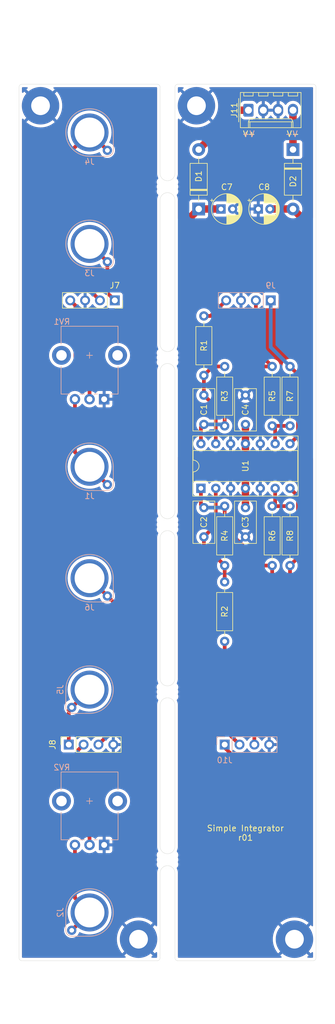
<source format=kicad_pcb>
(kicad_pcb (version 20211014) (generator pcbnew)
  (title_block (title "Simple Integrator") (date "2022-06-17") (rev "r01") (comment 2 "creativecommons.org/licenses/by/4.0/") (comment 3 "License: CC BY 4.0") (comment 4 "Author: Guy John"))
  (layers (0 "F.Cu" signal) (31 "B.Cu" signal) (36 "B.SilkS" user "B.Silkscreen") (37 "F.SilkS" user "F.Silkscreen") (38 "B.Mask" user) (39 "F.Mask" user) (44 "Edge.Cuts" user))
  (net 0 "")
  (net 1 "Net-(C1-Pad1)")
  (net 2 "Net-(C1-Pad2)")
  (net 3 "Net-(C2-Pad2)")
  (net 4 "+12V")
  (net 5 "GND")
  (net 6 "-12V")
  (net 7 "Net-(D1-Pad2)")
  (net 8 "Net-(D2-Pad1)")
  (net 9 "Net-(J2-Pad1)")
  (net 10 "Net-(J5-Pad1)")
  (net 11 "Net-(J6-Pad1)")
  (net 12 "Net-(J8-Pad2)")
  (net 13 "Net-(R7-Pad2)")
  (net 14 "Net-(R2-Pad2)")
  (net 15 "Net-(R5-Pad2)")
  (net 16 "Net-(R6-Pad2)")
  (net 17 "Net-(J10-Pad1)")
  (net 18 "Net-(RV1-Pad3)")
  (net 19 "Net-(J3-Pad1)")
  (net 20 "Net-(J4-Pad1)")
  (net 21 "Net-(RV1-Pad2)")
  (net 22 "Net-(R1-Pad1)")
  (net 23 "Net-(J10-Pad2)")
  (footprint "Rumblesan_Footprints:C_Rect_L7.0mm_W3.5mm_P5.00mm" (layer "F.Cu") (at 112.522 84.281 -90)
    (fp_text reference "C4" (at 2.5 0 90) (layer "F.SilkS"))
    (fp_text value "100nF (X7R)")
    (pad "1" thru_hole circle (at 0 0 270) (size 1.6 1.6) (drill 0.8) (layers *.Cu *.Mask) (net 5 "GND"))
    (pad "2" thru_hole circle (at 5 0 270) (size 1.6 1.6) (drill 0.8) (layers *.Cu *.Mask) (net 6 "-12V"))
  )
  (footprint "Connector_PinSocket_2.54mm:PinSocket_1x04_P2.54mm_Vertical" (layer "F.Cu") (at 90.17 68.072 -90)
    (fp_text reference "J7" (at -2.54 0 180) (layer "F.SilkS"))
    (fp_text value "I1_Ctrl")
    (pad "1" thru_hole rect locked (at 0 0 270) (size 1.7 1.7) (drill 1) (layers *.Cu *.Mask) (net 19 "Net-(J3-Pad1)"))
    (pad "2" thru_hole oval locked (at 0 2.54 270) (size 1.7 1.7) (drill 1) (layers *.Cu *.Mask) (net 20 "Net-(J4-Pad1)"))
    (pad "3" thru_hole oval locked (at 0 5.08 270) (size 1.7 1.7) (drill 1) (layers *.Cu *.Mask) (net 5 "GND"))
    (pad "4" thru_hole oval locked (at 0 7.62 270) (size 1.7 1.7) (drill 1) (layers *.Cu *.Mask) (net 21 "Net-(RV1-Pad2)"))
  )
  (footprint "Rumblesan_Footprints:D_DO-41_SOD81_P10.16mm_Horizontal" (layer "F.Cu") (at 104.521 52.451 90)
    (fp_text reference "D1" (at 5.588 0 90) (layer "F.SilkS"))
    (fp_text value "1N5818")
    (pad "1" thru_hole rect (at 0 0 90) (size 2.2 2.2) (drill 1.1) (layers *.Cu *.Mask) (net 4 "+12V"))
    (pad "2" thru_hole oval (at 10.16 0 90) (size 2.2 2.2) (drill 1.1) (layers *.Cu *.Mask) (net 7 "Net-(D1-Pad2)"))
  )
  (footprint "Capacitor_THT:CP_Radial_D5.0mm_P2.00mm" (layer "F.Cu") (at 114.713 52.451)
    (fp_text reference "C8" (at 1 -3.75) (layer "F.SilkS"))
    (fp_text value "1uF")
    (pad "1" thru_hole rect locked (at 0 0) (size 1.6 1.6) (drill 0.8) (layers *.Cu *.Mask) (net 5 "GND"))
    (pad "2" thru_hole circle locked (at 2 0) (size 1.6 1.6) (drill 0.8) (layers *.Cu *.Mask) (net 6 "-12V"))
  )
  (footprint "Rumblesan_Footprints:Resistor_THT_L6.3mm_D2.5mm_P10.16mm_Horizontal" (layer "F.Cu") (at 120.142 103.251 -90)
    (fp_text reference "R8" (at 5.08 0 90) (layer "F.SilkS"))
    (fp_text value "10k")
    (pad "1" thru_hole circle (at 0 0 270) (size 1.6 1.6) (drill 0.8) (layers *.Cu *.Mask) (net 16 "Net-(R6-Pad2)"))
    (pad "2" thru_hole oval (at 10.16 0 270) (size 1.6 1.6) (drill 0.8) (layers *.Cu *.Mask) (net 17 "Net-(J10-Pad1)"))
  )
  (footprint "Panelization:mouse-bite-2.54mm-slot" (layer "F.Cu") (at 99.187 77.851 90)
    (fp_text reference "H5" hide)
    (fp_text value "MouseBite" hide)
    (pad "" np_thru_hole circle (at 0 -1.1 90) (size 0.5 0.5) (drill 0.5) (layers *.Cu *.Mask))
    (pad "" np_thru_hole circle (at -0.8 -1.1 90) (size 0.5 0.5) (drill 0.5) (layers *.Cu *.Mask))
    (pad "" np_thru_hole circle (at -0.8 1.1 90) (size 0.5 0.5) (drill 0.5) (layers *.Cu *.Mask))
    (pad "" np_thru_hole circle (at 0.8 1.1 90) (size 0.5 0.5) (drill 0.5) (layers *.Cu *.Mask))
    (pad "" np_thru_hole circle (at 0.8 -1.1 90) (size 0.5 0.5) (drill 0.5) (layers *.Cu *.Mask))
    (pad "" np_thru_hole circle (at 0 1.1 90) (size 0.5 0.5) (drill 0.5) (layers *.Cu *.Mask))
  )
  (footprint "Rumblesan_Footprints:4u_Power_Molex_KK-254_P2.54mm" (layer "F.Cu") (at 113.03 35.56)
    (fp_text reference "J11" (at -2.413 0 90) (layer "F.SilkS"))
    (fp_text value "4U_Power")
    (fp_text user "V+" (at 0 4.064 unlocked) (layer "B.SilkS") (effects (justify mirror)))
    (fp_text user "V-" (at 7.366 4.064 unlocked) (layer "B.SilkS") (effects (justify mirror)))
    (fp_text user "V+" (at 0.127 4.064 unlocked) (layer "F.SilkS"))
    (fp_text user "V-" (at 7.62 4.064 unlocked) (layer "F.SilkS"))
    (pad "1" thru_hole roundrect (at 0 0) (size 1.74 2.19) (drill 1.19) (layers *.Cu *.Mask) (roundrect_rratio 0.1436781609) (net 7 "Net-(D1-Pad2)"))
    (pad "2" thru_hole oval (at 2.54 0) (size 1.74 2.19) (drill 1.19) (layers *.Cu *.Mask) (net 5 "GND"))
    (pad "3" thru_hole oval (at 5.08 0) (size 1.74 2.19) (drill 1.19) (layers *.Cu *.Mask) (net 5 "GND"))
    (pad "4" thru_hole oval (at 7.62 0) (size 1.74 2.19) (drill 1.19) (layers *.Cu *.Mask) (net 8 "Net-(D2-Pad1)"))
  )
  (footprint "Rumblesan_Footprints:C_Rect_L7.0mm_W3.5mm_P5.00mm" (layer "F.Cu") (at 112.522 103.505 -90)
    (fp_text reference "C3" (at 2.5 0 90) (layer "F.SilkS"))
    (fp_text value "100nF (X7R)")
    (pad "1" thru_hole circle (at 0 0 270) (size 1.6 1.6) (drill 0.8) (layers *.Cu *.Mask) (net 4 "+12V"))
    (pad "2" thru_hole circle (at 5 0 270) (size 1.6 1.6) (drill 0.8) (layers *.Cu *.Mask) (net 5 "GND"))
  )
  (footprint "Rumblesan_Footprints:Resistor_THT_L6.3mm_D2.5mm_P10.16mm_Horizontal" (layer "F.Cu") (at 117.094 79.375 -90)
    (fp_text reference "R5" (at 5.08 0 90) (layer "F.SilkS"))
    (fp_text value "10k")
    (pad "1" thru_hole circle (at 0 0 270) (size 1.6 1.6) (drill 0.8) (layers *.Cu *.Mask) (net 2 "Net-(C1-Pad2)"))
    (pad "2" thru_hole oval (at 10.16 0 270) (size 1.6 1.6) (drill 0.8) (layers *.Cu *.Mask) (net 15 "Net-(R5-Pad2)"))
  )
  (footprint "Rumblesan_Footprints:Resistor_THT_L6.3mm_D2.5mm_P10.16mm_Horizontal" (layer "F.Cu") (at 108.966 126.365 90)
    (fp_text reference "R2" (at 5.08 0 90) (layer "F.SilkS"))
    (fp_text value "100k")
    (pad "1" thru_hole circle (at 0 0 90) (size 1.6 1.6) (drill 0.8) (layers *.Cu *.Mask) (net 23 "Net-(J10-Pad2)"))
    (pad "2" thru_hole oval (at 10.16 0 90) (size 1.6 1.6) (drill 0.8) (layers *.Cu *.Mask) (net 14 "Net-(R2-Pad2)"))
  )
  (footprint "Connector_PinSocket_2.54mm:PinSocket_1x04_P2.54mm_Vertical" (layer "F.Cu") (at 82.296 144.018 90)
    (fp_text reference "J8" (at 0 -2.77 90) (layer "F.SilkS"))
    (fp_text value "I2_Ctrl")
    (pad "1" thru_hole rect locked (at 0 0 90) (size 1.7 1.7) (drill 1) (layers *.Cu *.Mask) (net 10 "Net-(J5-Pad1)"))
    (pad "2" thru_hole oval locked (at 0 2.54 90) (size 1.7 1.7) (drill 1) (layers *.Cu *.Mask) (net 12 "Net-(J8-Pad2)"))
    (pad "3" thru_hole oval locked (at 0 5.08 90) (size 1.7 1.7) (drill 1) (layers *.Cu *.Mask) (net 11 "Net-(J6-Pad1)"))
    (pad "4" thru_hole oval locked (at 0 7.62 90) (size 1.7 1.7) (drill 1) (layers *.Cu *.Mask) (net 5 "GND"))
  )
  (footprint "Rumblesan_Footprints:Resistor_THT_L6.3mm_D2.5mm_P10.16mm_Horizontal" (layer "F.Cu") (at 108.966 113.411 90)
    (fp_text reference "R4" (at 5.08 0 90) (layer "F.SilkS"))
    (fp_text value "100k")
    (pad "1" thru_hole circle (at 0 0 90) (size 1.6 1.6) (drill 0.8) (layers *.Cu *.Mask) (net 14 "Net-(R2-Pad2)"))
    (pad "2" thru_hole oval (at 10.16 0 90) (size 1.6 1.6) (drill 0.8) (layers *.Cu *.Mask) (net 3 "Net-(C2-Pad2)"))
  )
  (footprint "Panelization:mouse-bite-2.54mm-slot" (layer "F.Cu") (at 99.187 106.426 90)
    (fp_text reference "H9" hide)
    (fp_text value "MouseBite" hide)
    (pad "" np_thru_hole circle (at -0.8 1.1 90) (size 0.5 0.5) (drill 0.5) (layers *.Cu *.Mask))
    (pad "" np_thru_hole circle (at 0.8 1.1 90) (size 0.5 0.5) (drill 0.5) (layers *.Cu *.Mask))
    (pad "" np_thru_hole circle (at 0.8 -1.1 90) (size 0.5 0.5) (drill 0.5) (layers *.Cu *.Mask))
    (pad "" np_thru_hole circle (at 0 -1.1 90) (size 0.5 0.5) (drill 0.5) (layers *.Cu *.Mask))
    (pad "" np_thru_hole circle (at -0.8 -1.1 90) (size 0.5 0.5) (drill 0.5) (layers *.Cu *.Mask))
    (pad "" np_thru_hole circle (at 0 1.1 90) (size 0.5 0.5) (drill 0.5) (layers *.Cu *.Mask))
  )
  (footprint "Rumblesan_Footprints:Resistor_THT_L6.3mm_D2.5mm_P10.16mm_Horizontal" (layer "F.Cu") (at 108.966 79.375 -90)
    (fp_text reference "R3" (at 5.08 0 90) (layer "F.SilkS"))
    (fp_text value "100k")
    (pad "1" thru_hole circle (at 0 0 270) (size 1.6 1.6) (drill 0.8) (layers *.Cu *.Mask) (net 1 "Net-(C1-Pad1)"))
    (pad "2" thru_hole oval (at 10.16 0 270) (size 1.6 1.6) (drill 0.8) (layers *.Cu *.Mask) (net 2 "Net-(C1-Pad2)"))
  )
  (footprint "Panelization:mouse-bite-2.54mm-slot" (layer "F.Cu") (at 99.187 163.703 90)
    (fp_text reference "H7" hide)
    (fp_text value "MouseBite" hide)
    (pad "" np_thru_hole circle (at 0 -1.1 90) (size 0.5 0.5) (drill 0.5) (layers *.Cu *.Mask))
    (pad "" np_thru_hole circle (at 0.8 1.1 90) (size 0.5 0.5) (drill 0.5) (layers *.Cu *.Mask))
    (pad "" np_thru_hole circle (at -0.8 -1.1 90) (size 0.5 0.5) (drill 0.5) (layers *.Cu *.Mask))
    (pad "" np_thru_hole circle (at 0.8 -1.1 90) (size 0.5 0.5) (drill 0.5) (layers *.Cu *.Mask))
    (pad "" np_thru_hole circle (at -0.8 1.1 90) (size 0.5 0.5) (drill 0.5) (layers *.Cu *.Mask))
    (pad "" np_thru_hole circle (at 0 1.1 90) (size 0.5 0.5) (drill 0.5) (layers *.Cu *.Mask))
  )
  (footprint "Rumblesan_Footprints:C_Rect_L7.0mm_W3.5mm_P5.00mm" (layer "F.Cu") (at 105.41 84.281 -90)
    (fp_text reference "C1" (at 2.5 0 90) (layer "F.SilkS"))
    (fp_text value "1nF (poly)")
    (pad "1" thru_hole circle (at 0 0 270) (size 1.6 1.6) (drill 0.8) (layers *.Cu *.Mask) (net 1 "Net-(C1-Pad1)"))
    (pad "2" thru_hole circle (at 5 0 270) (size 1.6 1.6) (drill 0.8) (layers *.Cu *.Mask) (net 2 "Net-(C1-Pad2)"))
  )
  (footprint "Rumblesan_Footprints:Resistor_THT_L6.3mm_D2.5mm_P10.16mm_Horizontal" (layer "F.Cu") (at 105.41 70.739 -90)
    (fp_text reference "R1" (at 5.08 0 90) (layer "F.SilkS"))
    (fp_text value "100k")
    (pad "1" thru_hole circle (at 0 0 270) (size 1.6 1.6) (drill 0.8) (layers *.Cu *.Mask) (net 22 "Net-(R1-Pad1)"))
    (pad "2" thru_hole oval (at 10.16 0 270) (size 1.6 1.6) (drill 0.8) (layers *.Cu *.Mask) (net 1 "Net-(C1-Pad1)"))
  )
  (footprint "Rumblesan_Footprints:Resistor_THT_L6.3mm_D2.5mm_P10.16mm_Horizontal" (layer "F.Cu") (at 117.094 113.411 90)
    (fp_text reference "R6" (at 5.08 0 90) (layer "F.SilkS"))
    (fp_text value "10k")
    (pad "1" thru_hole circle (at 0 0 90) (size 1.6 1.6) (drill 0.8) (layers *.Cu *.Mask) (net 3 "Net-(C2-Pad2)"))
    (pad "2" thru_hole oval (at 10.16 0 90) (size 1.6 1.6) (drill 0.8) (layers *.Cu *.Mask) (net 16 "Net-(R6-Pad2)"))
  )
  (footprint "MountingHole:MountingHole_3.2mm_M3_Pad" (layer "F.Cu") (at 120.904 177.292)
    (fp_text reference "H1" hide)
    (fp_text value "MountingHole_Pad")
    (pad "1" thru_hole circle locked (at 0 0) (size 6.4 6.4) (drill 3.2) (layers *.Cu *.Mask) (net 5 "GND"))
  )
  (footprint "Capacitor_THT:CP_Radial_D5.0mm_P2.00mm" (layer "F.Cu") (at 108.331 52.451)
    (fp_text reference "C7" (at 1 -3.75) (layer "F.SilkS"))
    (fp_text value "1uF")
    (pad "1" thru_hole rect locked (at 0 0) (size 1.6 1.6) (drill 0.8) (layers *.Cu *.Mask) (net 4 "+12V"))
    (pad "2" thru_hole circle locked (at 2 0) (size 1.6 1.6) (drill 0.8) (layers *.Cu *.Mask) (net 5 "GND"))
  )
  (footprint "Rumblesan_Footprints:C_Rect_L7.0mm_W3.5mm_P5.00mm" (layer "F.Cu") (at 105.41 108.505 90)
    (fp_text reference "C2" (at 2.5 0 90) (layer "F.SilkS"))
    (fp_text value "1nF (poly)")
    (pad "1" thru_hole circle (at 0 0 90) (size 1.6 1.6) (drill 0.8) (layers *.Cu *.Mask) (net 14 "Net-(R2-Pad2)"))
    (pad "2" thru_hole circle (at 5 0 90) (size 1.6 1.6) (drill 0.8) (layers *.Cu *.Mask) (net 3 "Net-(C2-Pad2)"))
  )
  (footprint "Panelization:mouse-bite-2.54mm-slot" (layer "F.Cu") (at 99.187 48.641 90)
    (fp_text reference "H8" hide)
    (fp_text value "MouseBite" hide)
    (pad "" np_thru_hole circle (at 0 -1.1 90) (size 0.5 0.5) (drill 0.5) (layers *.Cu *.Mask))
    (pad "" np_thru_hole circle (at 0 1.1 90) (size 0.5 0.5) (drill 0.5) (layers *.Cu *.Mask))
    (pad "" np_thru_hole circle (at -0.8 1.1 90) (size 0.5 0.5) (drill 0.5) (layers *.Cu *.Mask))
    (pad "" np_thru_hole circle (at 0.8 1.1 90) (size 0.5 0.5) (drill 0.5) (layers *.Cu *.Mask))
    (pad "" np_thru_hole circle (at 0.8 -1.1 90) (size 0.5 0.5) (drill 0.5) (layers *.Cu *.Mask))
    (pad "" np_thru_hole circle (at -0.8 -1.1 90) (size 0.5 0.5) (drill 0.5) (layers *.Cu *.Mask))
  )
  (footprint "MountingHole:MountingHole_3.2mm_M3_Pad" (layer "F.Cu") (at 94.234 177.292)
    (fp_text reference "H3" hide)
    (fp_text value "MountingHole_Pad")
    (pad "1" thru_hole circle locked (at 0 0) (size 6.4 6.4) (drill 3.2) (layers *.Cu *.Mask) (net 5 "GND"))
  )
  (footprint "MountingHole:MountingHole_3.2mm_M3_Pad" (layer "F.Cu") (at 77.47 34.798 180)
    (fp_text reference "H4" hide)
    (fp_text value "MountingHole_Pad")
    (pad "1" thru_hole circle locked (at 0 0 180) (size 6.4 6.4) (drill 3.2) (layers *.Cu *.Mask) (net 5 "GND"))
  )
  (footprint "Rumblesan_Footprints:DIP-14_W7.62mm_Socket" (layer "F.Cu") (at 104.902 100.203 90)
    (fp_text reference "U1" (at 3.81 7.62 90) (layer "F.SilkS"))
    (fp_text value "TL074")
    (pad "1" thru_hole rect locked (at 0 0 90) (size 1.6 1.6) (drill 0.8) (layers *.Cu *.Mask) (net 3 "Net-(C2-Pad2)"))
    (pad "2" thru_hole oval locked (at 0 2.54 90) (size 1.6 1.6) (drill 0.8) (layers *.Cu *.Mask) (net 14 "Net-(R2-Pad2)"))
    (pad "3" thru_hole oval locked (at 0 5.08 90) (size 1.6 1.6) (drill 0.8) (layers *.Cu *.Mask) (net 5 "GND"))
    (pad "4" thru_hole oval locked (at 0 7.62 90) (size 1.6 1.6) (drill 0.8) (layers *.Cu *.Mask) (net 4 "+12V"))
    (pad "5" thru_hole oval locked (at 0 10.16 90) (size 1.6 1.6) (drill 0.8) (layers *.Cu *.Mask) (net 5 "GND"))
    (pad "6" thru_hole oval locked (at 0 12.7 90) (size 1.6 1.6) (drill 0.8) (layers *.Cu *.Mask) (net 16 "Net-(R6-Pad2)"))
    (pad "7" thru_hole oval locked (at 0 15.24 90) (size 1.6 1.6) (drill 0.8) (layers *.Cu *.Mask) (net 17 "Net-(J10-Pad1)"))
    (pad "8" thru_hole oval locked (at 7.62 15.24 90) (size 1.6 1.6) (drill 0.8) (layers *.Cu *.Mask) (net 13 "Net-(R7-Pad2)"))
    (pad "9" thru_hole oval locked (at 7.62 12.7 90) (size 1.6 1.6) (drill 0.8) (layers *.Cu *.Mask) (net 15 "Net-(R5-Pad2)"))
    (pad "10" thru_hole oval locked (at 7.62 10.16 90) (size 1.6 1.6) (drill 0.8) (layers *.Cu *.Mask) (net 5 "GND"))
    (pad "11" thru_hole oval locked (at 7.62 7.62 90) (size 1.6 1.6) (drill 0.8) (layers *.Cu *.Mask) (net 6 "-12V"))
    (pad "12" thru_hole oval locked (at 7.62 5.08 90) (size 1.6 1.6) (drill 0.8) (layers *.Cu *.Mask) (net 5 "GND"))
    (pad "13" thru_hole oval locked (at 7.62 2.54 90) (size 1.6 1.6) (drill 0.8) (layers *.Cu *.Mask) (net 1 "Net-(C1-Pad1)"))
    (pad "14" thru_hole oval locked (at 7.62 0 90) (size 1.6 1.6) (drill 0.8) (layers *.Cu *.Mask) (net 2 "Net-(C1-Pad2)"))
  )
  (footprint "Rumblesan_Footprints:Resistor_THT_L6.3mm_D2.5mm_P10.16mm_Horizontal" (layer "F.Cu") (at 120.142 89.535 90)
    (fp_text reference "R7" (at 5.08 0 90) (layer "F.SilkS"))
    (fp_text value "10k")
    (pad "1" thru_hole circle (at 0 0 90) (size 1.6 1.6) (drill 0.8) (layers *.Cu *.Mask) (net 15 "Net-(R5-Pad2)"))
    (pad "2" thru_hole oval (at 10.16 0 90) (size 1.6 1.6) (drill 0.8) (layers *.Cu *.Mask) (net 13 "Net-(R7-Pad2)"))
  )
  (footprint "Rumblesan_Footprints:D_DO-41_SOD81_P10.16mm_Horizontal" (layer "F.Cu") (at 120.65 42.291 -90)
    (fp_text reference "D2" (at 5.453888 -0.018 -90) (layer "F.SilkS"))
    (fp_text value "1N5818")
    (pad "1" thru_hole rect (at 0 0 270) (size 2.2 2.2) (drill 1.1) (layers *.Cu *.Mask) (net 8 "Net-(D2-Pad1)"))
    (pad "2" thru_hole oval (at 10.16 0 270) (size 2.2 2.2) (drill 1.1) (layers *.Cu *.Mask) (net 6 "-12V"))
  )
  (footprint "Panelization:mouse-bite-2.54mm-slot" (layer "F.Cu") (at 99.187 135.001 90)
    (fp_text reference "H6" hide)
    (fp_text value "MouseBite" hide)
    (pad "" np_thru_hole circle (at 0 1.1 90) (size 0.5 0.5) (drill 0.5) (layers *.Cu *.Mask))
    (pad "" np_thru_hole circle (at 0.8 1.1 90) (size 0.5 0.5) (drill 0.5) (layers *.Cu *.Mask))
    (pad "" np_thru_hole circle (at 0.8 -1.1 90) (size 0.5 0.5) (drill 0.5) (layers *.Cu *.Mask))
    (pad "" np_thru_hole circle (at -0.8 1.1 90) (size 0.5 0.5) (drill 0.5) (layers *.Cu *.Mask))
    (pad "" np_thru_hole circle (at -0.8 -1.1 90) (size 0.5 0.5) (drill 0.5) (layers *.Cu *.Mask))
    (pad "" np_thru_hole circle (at 0 -1.1 90) (size 0.5 0.5) (drill 0.5) (layers *.Cu *.Mask))
  )
  (footprint "MountingHole:MountingHole_3.2mm_M3_Pad" (layer "F.Cu") (at 104.14 34.798)
    (fp_text reference "H2" hide)
    (fp_text value "MountingHole_Pad")
    (pad "1" thru_hole circle locked (at 0 0) (size 6.4 6.4) (drill 3.2) (layers *.Cu *.Mask) (net 5 "GND"))
  )
  (footprint "Rumblesan_Footprints:BananaJack_THT_JohnsonCinch_108-09" (layer "B.Cu") (at 85.852 96.52)
    (fp_text reference "J1" (at 0 5) (layer "B.SilkS") (effects (justify mirror)))
    (fp_text value "BananaJack_PanelMount" hide)
    (pad "1" thru_hole circle locked (at 3.048 3.048) (size 1.6 1.6) (drill 0.8) (layers *.Cu *.Mask) (net 18 "Net-(RV1-Pad3)"))
    (pad "1" thru_hole circle locked (at 0 0) (size 6.5 6.5) (drill 5.1) (layers *.Cu *.Mask) (net 18 "Net-(RV1-Pad3)"))
  )
  (footprint "Rumblesan_Footprints:BananaJack_THT_JohnsonCinch_108-09" (layer "B.Cu") (at 85.852 39.37)
    (fp_text reference "J4" (at 0 5) (layer "B.SilkS") (effects (justify mirror)))
    (fp_text value "BananaJack_PanelMount" hide)
    (pad "1" thru_hole circle locked (at 3.048 3.048) (size 1.6 1.6) (drill 0.8) (layers *.Cu *.Mask) (net 20 "Net-(J4-Pad1)"))
    (pad "1" thru_hole circle locked (at 0 0) (size 6.5 6.5) (drill 5.1) (layers *.Cu *.Mask) (net 20 "Net-(J4-Pad1)"))
  )
  (footprint "Rumblesan_Footprints:BananaJack_THT_JohnsonCinch_108-09" (layer "B.Cu") (at 85.852 58.42)
    (fp_text reference "J3" (at 0 5) (layer "B.SilkS") (effects (justify mirror)))
    (fp_text value "BananaJack_PanelMount" hide)
    (pad "1" thru_hole circle locked (at 0 0) (size 6.5 6.5) (drill 5.1) (layers *.Cu *.Mask) (net 19 "Net-(J3-Pad1)"))
    (pad "1" thru_hole circle locked (at 3.048 3.048) (size 1.6 1.6) (drill 0.8) (layers *.Cu *.Mask) (net 19 "Net-(J3-Pad1)"))
  )
  (footprint "Connector_PinHeader_2.54mm:PinHeader_1x04_P2.54mm_Vertical" (layer "B.Cu") (at 108.966 144.018 -90)
    (fp_text reference "J10" (at 2.667 0) (layer "B.SilkS") (effects (justify mirror)))
    (fp_text value "I2_Main")
    (pad "1" thru_hole rect locked (at 0 0 270) (size 1.7 1.7) (drill 1) (layers *.Cu *.Mask) (net 17 "Net-(J10-Pad1)"))
    (pad "2" thru_hole oval locked (at 0 -2.54 270) (size 1.7 1.7) (drill 1) (layers *.Cu *.Mask) (net 23 "Net-(J10-Pad2)"))
    (pad "3" thru_hole oval locked (at 0 -5.08 270) (size 1.7 1.7) (drill 1) (layers *.Cu *.Mask) (net 3 "Net-(C2-Pad2)"))
    (pad "4" thru_hole oval locked (at 0 -7.62 270) (size 1.7 1.7) (drill 1) (layers *.Cu *.Mask) (net 5 "GND"))
  )
  (footprint "Rumblesan_Footprints:Potentiometer_Alpha_RD901F-40-00D_Single_Vertical_CircularHoles" (layer "B.Cu") (at 85.852 153.67 180)
    (fp_text reference "RV2" (at 4.75 5.75) (layer "B.SilkS") (effects (justify mirror)))
    (fp_text value "100k")
    (pad "" thru_hole circle locked (at 4.8 0) (size 3.24 3.24) (drill 1.8) (layers *.Cu *.Mask))
    (pad "" thru_hole circle locked (at -4.8 0) (size 3.24 3.24) (drill 1.8) (layers *.Cu *.Mask))
    (pad "1" thru_hole rect locked (at -2.5 -7.5) (size 1.8 1.8) (drill 1) (layers *.Cu *.Mask) (net 5 "GND"))
    (pad "2" thru_hole circle locked (at 0 -7.5) (size 1.8 1.8) (drill 1) (layers *.Cu *.Mask) (net 12 "Net-(J8-Pad2)"))
    (pad "3" thru_hole circle locked (at 2.5 -7.5) (size 1.8 1.8) (drill 1) (layers *.Cu *.Mask) (net 9 "Net-(J2-Pad1)"))
  )
  (footprint "Rumblesan_Footprints:Potentiometer_Alpha_RD901F-40-00D_Single_Vertical_CircularHoles" (layer "B.Cu") (at 85.852 77.47 180)
    (fp_text reference "RV1" (at 4.75 5.75) (layer "B.SilkS") (effects (justify mirror)))
    (fp_text value "100k")
    (pad "" thru_hole circle locked (at 4.8 0) (size 3.24 3.24) (drill 1.8) (layers *.Cu *.Mask))
    (pad "" thru_hole circle locked (at -4.8 0) (size 3.24 3.24) (drill 1.8) (layers *.Cu *.Mask))
    (pad "1" thru_hole rect locked (at -2.5 -7.5) (size 1.8 1.8) (drill 1) (layers *.Cu *.Mask) (net 5 "GND"))
    (pad "2" thru_hole circle locked (at 0 -7.5) (size 1.8 1.8) (drill 1) (layers *.Cu *.Mask) (net 21 "Net-(RV1-Pad2)"))
    (pad "3" thru_hole circle locked (at 2.5 -7.5) (size 1.8 1.8) (drill 1) (layers *.Cu *.Mask) (net 18 "Net-(RV1-Pad3)"))
  )
  (footprint "Connector_PinHeader_2.54mm:PinHeader_1x04_P2.54mm_Vertical" (layer "B.Cu") (at 116.84 68.072 90)
    (fp_text reference "J9" (at 2.54 0) (layer "B.SilkS") (effects (justify mirror)))
    (fp_text value "I1_Main")
    (pad "1" thru_hole rect locked (at 0 0 90) (size 1.7 1.7) (drill 1) (layers *.Cu *.Mask) (net 13 "Net-(R7-Pad2)"))
    (pad "2" thru_hole oval locked (at 0 -2.54 90) (size 1.7 1.7) (drill 1) (layers *.Cu *.Mask) (net 2 "Net-(C1-Pad2)"))
    (pad "3" thru_hole oval locked (at 0 -5.08 90) (size 1.7 1.7) (drill 1) (layers *.Cu *.Mask) (net 5 "GND"))
    (pad "4" thru_hole oval locked (at 0 -7.62 90) (size 1.7 1.7) (drill 1) (layers *.Cu *.Mask) (net 22 "Net-(R1-Pad1)"))
  )
  (footprint "Rumblesan_Footprints:BananaJack_THT_JohnsonCinch_108-09" (layer "B.Cu") (at 85.852 134.62 -90)
    (fp_text reference "J5" (at 0 5 90) (layer "B.SilkS") (effects (justify mirror)))
    (fp_text value "BananaJack_PanelMount" hide)
    (pad "1" thru_hole circle locked (at 3.048 3.048 270) (size 1.6 1.6) (drill 0.8) (layers *.Cu *.Mask) (net 10 "Net-(J5-Pad1)"))
    (pad "1" thru_hole circle locked (at 0 0 270) (size 6.5 6.5) (drill 5.1) (layers *.Cu *.Mask) (net 10 "Net-(J5-Pad1)"))
  )
  (footprint "Rumblesan_Footprints:BananaJack_THT_JohnsonCinch_108-09" (layer "B.Cu") (at 85.852 115.57)
    (fp_text reference "J6" (at 0 5) (layer "B.SilkS") (effects (justify mirror)))
    (fp_text value "BananaJack_PanelMount" hide)
    (pad "1" thru_hole circle locked (at 3.048 3.048) (size 1.6 1.6) (drill 0.8) (layers *.Cu *.Mask) (net 11 "Net-(J6-Pad1)"))
    (pad "1" thru_hole circle locked (at 0 0) (size 6.5 6.5) (drill 5.1) (layers *.Cu *.Mask) (net 11 "Net-(J6-Pad1)"))
  )
  (footprint "Rumblesan_Footprints:BananaJack_THT_JohnsonCinch_108-09" (layer "B.Cu") (at 85.852 172.72 -90)
    (fp_text reference "J2" (at 0 5 90) (layer "B.SilkS") (effects (justify mirror)))
    (fp_text value "BananaJack_PanelMount" hide)
    (pad "1" thru_hole circle locked (at 0 0 270) (size 6.5 6.5) (drill 5.1) (layers *.Cu *.Mask) (net 9 "Net-(J2-Pad1)"))
    (pad "1" thru_hole circle locked (at 3.048 3.048 270) (size 1.6 1.6) (drill 0.8) (layers *.Cu *.Mask) (net 9 "Net-(J2-Pad1)"))
  )
  (gr_line (start 74.295 31.115) (end 97.409 31.115) (layer "Edge.Cuts") (width 0.05))
  (gr_arc (start 100.457 104.14) (mid 99.187 105.41) (end 97.917 104.14) (layer "Edge.Cuts") (width 0.05))
  (gr_arc (start 73.787 31.623) (mid 73.93579 31.26379) (end 74.295 31.115) (layer "Edge.Cuts") (width 0.05))
  (gr_arc (start 74.295 180.975) (mid 73.93579 180.82621) (end 73.787 180.467) (layer "Edge.Cuts") (width 0.05))
  (gr_line (start 124.587 180.467) (end 124.587 31.623) (layer "Edge.Cuts") (width 0.05))
  (gr_line (start 74.295 180.975) (end 97.409 180.975) (layer "Edge.Cuts") (width 0.05))
  (gr_arc (start 124.079 31.115) (mid 124.43821 31.26379) (end 124.587 31.623) (layer "Edge.Cuts") (width 0.05))
  (gr_arc (start 97.917 80.137) (mid 99.187 78.867) (end 100.457 80.137) (layer "Edge.Cuts") (width 0.05))
  (gr_line (start 97.917 132.715) (end 97.917 108.712) (layer "Edge.Cuts") (width 0.05))
  (gr_arc (start 97.917 50.927) (mid 99.187 49.657) (end 100.457 50.927) (layer "Edge.Cuts") (width 0.05))
  (gr_arc (start 100.457 132.715) (mid 99.187 133.985) (end 97.917 132.715) (layer "Edge.Cuts") (width 0.05))
  (gr_arc (start 124.587 180.467) (mid 124.43821 180.82621) (end 124.079 180.975) (layer "Edge.Cuts") (width 0.05))
  (gr_arc (start 100.457 46.355) (mid 99.187 47.625) (end 97.917 46.355) (layer "Edge.Cuts") (width 0.05))
  (gr_line (start 97.917 46.355) (end 97.917 31.623) (layer "Edge.Cuts") (width 0.05))
  (gr_line (start 97.917 75.565) (end 97.917 50.927) (layer "Edge.Cuts") (width 0.05))
  (gr_line (start 97.917 104.14) (end 97.917 80.137) (layer "Edge.Cuts") (width 0.05))
  (gr_line (start 100.457 137.287) (end 100.457 161.417) (layer "Edge.Cuts") (width 0.05))
  (gr_arc (start 97.409 31.115) (mid 97.76821 31.26379) (end 97.917 31.623) (layer "Edge.Cuts") (width 0.05))
  (gr_line (start 100.965 31.115) (end 124.079 31.115) (layer "Edge.Cuts") (width 0.05))
  (gr_line (start 100.457 50.927) (end 100.457 75.565) (layer "Edge.Cuts") (width 0.05))
  (gr_arc (start 97.917 180.467) (mid 97.76821 180.82621) (end 97.409 180.975) (layer "Edge.Cuts") (width 0.05))
  (gr_line (start 100.457 80.137) (end 100.457 104.14) (layer "Edge.Cuts") (width 0.05))
  (gr_arc (start 100.965 180.975) (mid 100.60579 180.82621) (end 100.457 180.467) (layer "Edge.Cuts") (width 0.05))
  (gr_line (start 73.787 31.623) (end 73.787 180.467) (layer "Edge.Cuts") (width 0.05))
  (gr_arc (start 97.917 137.287) (mid 99.187 136.017) (end 100.457 137.287) (layer "Edge.Cuts") (width 0.05))
  (gr_line (start 100.965 180.975) (end 124.079 180.975) (layer "Edge.Cuts") (width 0.05))
  (gr_arc (start 100.457 75.565) (mid 99.187 76.835) (end 97.917 75.565) (layer "Edge.Cuts") (width 0.05))
  (gr_line (start 100.457 108.712) (end 100.457 132.715) (layer "Edge.Cuts") (width 0.05))
  (gr_arc (start 97.917 165.989) (mid 99.187 164.719) (end 100.457 165.989) (layer "Edge.Cuts") (width 0.05))
  (gr_line (start 97.917 161.417) (end 97.917 137.287) (layer "Edge.Cuts") (width 0.05))
  (gr_arc (start 100.457 31.623) (mid 100.60579 31.26379) (end 100.965 31.115) (layer "Edge.Cuts") (width 0.05))
  (gr_line (start 100.457 165.989) (end 100.457 180.467) (layer "Edge.Cuts") (width 0.05))
  (gr_line (start 97.917 180.467) (end 97.917 165.989) (layer "Edge.Cuts") (width 0.05))
  (gr_line (start 100.457 31.623) (end 100.457 46.355) (layer "Edge.Cuts") (width 0.05))
  (gr_arc (start 97.917 108.712) (mid 99.187 107.442) (end 100.457 108.712) (layer "Edge.Cuts") (width 0.05))
  (gr_arc (start 100.457 161.417) (mid 99.187 162.687) (end 97.917 161.417) (layer "Edge.Cuts") (width 0.05))
  (gr_text "Simple Integrator\nr01" (at 112.522 159.131) (layer "F.SilkS") (effects (font (size 1 1))))
  (segment (start 106.934 79.375) (end 105.41 80.899) (width 0.635) (layer "F.Cu") (net 1))
  (segment (start 107.442 86.313) (end 105.41 84.281) (width 0.635) (layer "F.Cu") (net 1))
  (segment (start 108.966 79.375) (end 106.934 79.375) (width 0.635) (layer "F.Cu") (net 1))
  (segment (start 107.442 92.583) (end 107.442 86.313) (width 0.635) (layer "F.Cu") (net 1))
  (segment (start 105.41 84.281) (end 105.41 80.899) (width 0.635) (layer "F.Cu") (net 1))
  (segment (start 104.902 92.583) (end 104.902 89.789) (width 0.635) (layer "F.Cu") (net 2))
  (segment (start 114.3 76.581) (end 114.3 68.072) (width 0.635) (layer "F.Cu") (net 2))
  (segment (start 117.094 79.375) (end 114.3 76.581) (width 0.635) (layer "F.Cu") (net 2))
  (segment (start 114.427 79.375) (end 117.094 79.375) (width 0.635) (layer "F.Cu") (net 2))
  (segment (start 108.966 84.836) (end 114.427 79.375) (width 0.635) (layer "F.Cu") (net 2))
  (segment (start 104.902 89.789) (end 105.41 89.281) (width 0.635) (layer "F.Cu") (net 2))
  (segment (start 108.966 89.535) (end 108.966 84.836) (width 0.635) (layer "F.Cu") (net 2))
  (segment (start 108.712 89.281) (end 108.966 89.535) (width 0.635) (layer "B.Cu") (net 2))
  (segment (start 105.41 89.281) (end 108.712 89.281) (width 0.635) (layer "B.Cu") (net 2))
  (segment (start 117.094 137.922) (end 114.046 140.97) (width 0.635) (layer "F.Cu") (net 3))
  (segment (start 108.966 106.887903) (end 115.489097 113.411) (width 0.635) (layer "F.Cu") (net 3))
  (segment (start 114.046 140.97) (end 114.046 144.018) (width 0.635) (layer "F.Cu") (net 3))
  (segment (start 115.489097 113.411) (end 117.094 113.411) (width 0.635) (layer "F.Cu") (net 3))
  (segment (start 104.902 102.997) (end 105.41 103.505) (width 0.635) (layer "F.Cu") (net 3))
  (segment (start 108.966 103.251) (end 108.966 106.887903) (width 0.635) (layer "F.Cu") (net 3))
  (segment (start 104.902 100.203) (end 104.902 102.997) (width 0.635) (layer "F.Cu") (net 3))
  (segment (start 117.094 113.411) (end 117.094 137.922) (width 0.635) (layer "F.Cu") (net 3))
  (segment (start 105.41 103.505) (end 108.712 103.505) (width 0.635) (layer "B.Cu") (net 3))
  (segment (start 108.712 103.505) (end 108.966 103.251) (width 0.635) (layer "B.Cu") (net 3))
  (segment (start 112.522 98.171) (end 112.522 100.203) (width 1.27) (layer "F.Cu") (net 4))
  (segment (start 104.521 96.52) (end 110.871 96.52) (width 1.27) (layer "F.Cu") (net 4))
  (segment (start 112.522 100.203) (end 112.522 103.505) (width 1.27) (layer "F.Cu") (net 4))
  (segment (start 104.521 52.451) (end 101.854 55.118) (width 1.27) (layer "F.Cu") (net 4))
  (segment (start 101.854 93.853) (end 104.521 96.52) (width 1.27) (layer "F.Cu") (net 4))
  (segment (start 110.871 96.52) (end 112.522 98.171) (width 1.27) (layer "F.Cu") (net 4))
  (segment (start 104.521 52.451) (end 108.331 52.451) (width 1.27) (layer "F.Cu") (net 4))
  (segment (start 101.854 55.118) (end 101.854 93.853) (width 1.27) (layer "F.Cu") (net 4))
  (segment (start 114.554 96.139) (end 112.522 94.107) (width 1.27) (layer "F.Cu") (net 6))
  (segment (start 112.522 89.281) (end 112.522 92.583) (width 1.27) (layer "F.Cu") (net 6))
  (segment (start 116.713 52.451) (end 120.65 52.451) (width 1.27) (layer "F.Cu") (net 6))
  (segment (start 120.65 52.451) (end 123.063 54.864) (width 1.27) (layer "F.Cu") (net 6))
  (segment (start 123.063 94.234) (end 121.158 96.139) (width 1.27) (layer "F.Cu") (net 6))
  (segment (start 112.522 94.107) (end 112.522 92.583) (width 1.27) (layer "F.Cu") (net 6))
  (segment (start 123.063 54.864) (end 123.063 94.234) (width 1.27) (layer "F.Cu") (net 6))
  (segment (start 121.158 96.139) (end 114.554 96.139) (width 1.27) (layer "F.Cu") (net 6))
  (segment (start 111.252 35.56) (end 104.521 42.291) (width 1.27) (layer "F.Cu") (net 7))
  (segment (start 113.03 35.56) (end 111.252 35.56) (width 1.27) (layer "F.Cu") (net 7))
  (segment (start 120.65 35.56) (end 120.65 42.291) (width 1.27) (layer "F.Cu") (net 8))
  (segment (start 82.804 175.768) (end 85.852 172.72) (width 0.635) (layer "F.Cu") (net 9))
  (segment (start 83.352 161.17) (end 83.352 170.22) (width 0.635) (layer "F.Cu") (net 9))
  (segment (start 83.352 170.22) (end 85.852 172.72) (width 0.635) (layer "F.Cu") (net 9))
  (segment (start 82.804 137.668) (end 85.852 134.62) (width 0.635) (layer "F.Cu") (net 10))
  (segment (start 82.296 144.018) (end 82.296 138.176) (width 0.635) (layer "F.Cu") (net 10))
  (segment (start 82.296 138.176) (end 82.804 137.668) (width 0.635) (layer "F.Cu") (net 10))
  (segment (start 91.694 139.7) (end 87.376 144.018) (width 0.635) (layer "F.Cu") (net 11))
  (segment (start 85.852 115.57) (end 88.9 118.618) (width 0.635) (layer "F.Cu") (net 11))
  (segment (start 88.9 118.618) (end 91.694 121.412) (width 0.635) (layer "F.Cu") (net 11))
  (segment (start 91.694 121.412) (end 91.694 139.7) (width 0.635) (layer "F.Cu") (net 11))
  (segment (start 85.852 159.766) (end 83.82 157.734) (width 0.635) (layer "F.Cu") (net 12))
  (segment (start 85.852 161.17) (end 85.852 159.766) (width 0.635) (layer "F.Cu") (net 12))
  (segment (start 83.82 145.034) (end 84.836 144.018) (width 0.635) (layer "F.Cu") (net 12))
  (segment (start 83.82 157.734) (end 83.82 145.034) (width 0.635) (layer "F.Cu") (net 12))
  (segment (start 121.513011 80.746011) (end 120.142 79.375) (width 0.635) (layer "F.Cu") (net 13))
  (segment (start 121.513011 91.211989) (end 121.513011 80.746011) (width 0.635) (layer "F.Cu") (net 13))
  (segment (start 120.142 92.583) (end 121.513011 91.211989) (width 0.635) (layer "F.Cu") (net 13))
  (segment (start 116.84 68.072) (end 116.84 76.073) (width 0.635) (layer "B.Cu") (net 13))
  (segment (start 116.84 76.073) (end 120.142 79.375) (width 0.635) (layer "B.Cu") (net 13))
  (segment (start 105.41 108.505) (end 105.41 109.855) (width 0.635) (layer "F.Cu") (net 14))
  (segment (start 107.442 106.473) (end 105.41 108.505) (width 0.635) (layer "F.Cu") (net 14))
  (segment (start 105.41 109.855) (end 108.966 113.411) (width 0.635) (layer "F.Cu") (net 14))
  (segment (start 107.442 100.203) (end 107.442 106.473) (width 0.635) (layer "F.Cu") (net 14))
  (segment (start 108.966 113.411) (end 108.966 116.205) (width 0.635) (layer "F.Cu") (net 14))
  (segment (start 117.094 89.535) (end 120.142 89.535) (width 0.635) (layer "F.Cu") (net 15))
  (segment (start 117.602 92.583) (end 117.602 90.043) (width 0.635) (layer "F.Cu") (net 15))
  (segment (start 117.602 90.043) (end 117.094 89.535) (width 0.635) (layer "F.Cu") (net 15))
  (segment (start 117.602 102.743) (end 117.094 103.251) (width 0.635) (layer "F.Cu") (net 16))
  (segment (start 117.602 100.203) (end 117.602 102.743) (width 0.635) (layer "F.Cu") (net 16))
  (segment (start 117.094 103.251) (end 120.142 103.251) (width 0.635) (layer "F.Cu") (net 16))
  (segment (start 118.364 146.685) (end 111.125 146.685) (width 0.635) (layer "F.Cu") (net 17))
  (segment (start 120.142 100.203) (end 121.513011 101.574011) (width 0.635) (layer "F.Cu") (net 17))
  (segment (start 121.513011 101.574011) (end 121.513011 112.039989) (width 0.635) (layer "F.Cu") (net 17))
  (segment (start 120.142 113.411) (end 120.142 144.907) (width 0.635) (layer "F.Cu") (net 17))
  (segment (start 111.125 146.685) (end 108.966 144.526) (width 0.635) (layer "F.Cu") (net 17))
  (segment (start 108.966 144.526) (end 108.966 144.018) (width 0.635) (layer "F.Cu") (net 17))
  (segment (start 120.142 144.907) (end 118.364 146.685) (width 0.635) (layer "F.Cu") (net 17))
  (segment (start 121.513011 112.039989) (end 120.142 113.411) (width 0.635) (layer "F.Cu") (net 17))
  (segment (start 83.352 94.02) (end 85.852 96.52) (width 0.635) (layer "F.Cu") (net 18))
  (segment (start 83.352 84.97) (end 83.352 94.02) (width 0.635) (layer "F.Cu") (net 18))
  (segment (start 88.9 99.568) (end 85.852 96.52) (width 0.635) (layer "F.Cu") (net 18))
  (segment (start 85.852 58.42) (end 88.9 61.468) (width 0.635) (layer "F.Cu") (net 19))
  (segment (start 88.9 66.802) (end 90.17 68.072) (width 0.635) (layer "F.Cu") (net 19))
  (segment (start 88.9 61.468) (end 88.9 66.802) (width 0.635) (layer "F.Cu") (net 19))
  (segment (start 80.264 60.706) (end 80.264 44.958) (width 0.635) (layer "F.Cu") (net 20))
  (segment (start 80.264 44.958) (end 85.852 39.37) (width 0.635) (layer "F.Cu") (net 20))
  (segment (start 88.9 42.418) (end 85.852 39.37) (width 0.635) (layer "F.Cu") (net 20))
  (segment (start 87.63 68.072) (end 80.264 60.706) (width 0.635) (layer "F.Cu") (net 20))
  (segment (start 83.439 80.01) (end 83.439 68.961) (width 0.635) (layer "F.Cu") (net 21))
  (segment (start 85.852 82.423) (end 83.439 80.01) (width 0.635) (layer "F.Cu") (net 21))
  (segment (start 83.439 68.961) (end 82.55 68.072) (width 0.635) (layer "F.Cu") (net 21))
  (segment (start 85.852 84.97) (end 85.852 82.423) (width 0.635) (layer "F.Cu") (net 21))
  (segment (start 105.41 70.739) (end 106.553 70.739) (width 0.635) (layer "F.Cu") (net 22))
  (segment (start 106.553 70.739) (end 109.22 68.072) (width 0.635) (layer "F.Cu") (net 22))
  (segment (start 108.966 126.365) (end 108.966 141.478) (width 0.635) (layer "F.Cu") (net 23))
  (segment (start 108.966 141.478) (end 111.506 144.018) (width 0.635) (layer "F.Cu") (net 23))
  (zone (net 5) (net_name "GND") (layers F&B.Cu) (connect_pads (clearance 0.508)) (min_thickness 0.254) (fill yes (thermal_gap 0.508) (thermal_bridge_width 0.508))
    (polygon (pts (xy 97.917 180.975) (xy 73.787 180.975) (xy 73.787 31.115) (xy 97.917 31.115)))
  )
  (zone (net 5) (net_name "GND") (layers F&B.Cu) (connect_pads (clearance 0.508)) (min_thickness 0.254) (fill yes (thermal_gap 0.508) (thermal_bridge_width 0.508))
    (polygon (pts (xy 124.587 180.975) (xy 100.457 180.975) (xy 100.457 31.115) (xy 124.587 31.115)))
  )
)
</source>
